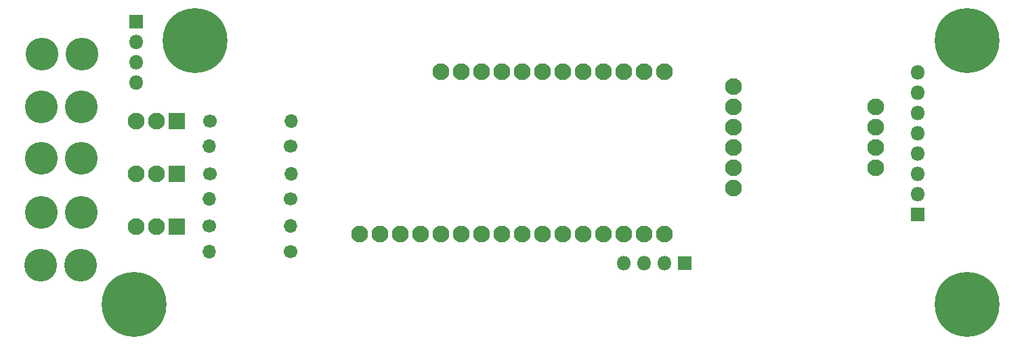
<source format=gbr>
%TF.GenerationSoftware,KiCad,Pcbnew,5.1.6*%
%TF.CreationDate,2020-09-13T19:16:19-07:00*%
%TF.ProjectId,parc,70617263-2e6b-4696-9361-645f70636258,rev?*%
%TF.SameCoordinates,Original*%
%TF.FileFunction,Soldermask,Bot*%
%TF.FilePolarity,Negative*%
%FSLAX46Y46*%
G04 Gerber Fmt 4.6, Leading zero omitted, Abs format (unit mm)*
G04 Created by KiCad (PCBNEW 5.1.6) date 2020-09-13 19:16:19*
%MOMM*%
%LPD*%
G01*
G04 APERTURE LIST*
%ADD10C,4.100000*%
%ADD11C,2.100000*%
%ADD12R,2.100000X2.100000*%
%ADD13O,1.700000X1.700000*%
%ADD14C,1.700000*%
%ADD15O,1.800000X1.800000*%
%ADD16R,1.800000X1.800000*%
%ADD17C,1.000000*%
%ADD18C,8.100000*%
G04 APERTURE END LIST*
D10*
%TO.C,J1*%
X77286000Y-84505800D03*
X82286000Y-84505800D03*
%TD*%
%TO.C,J2*%
X77343000Y-77851000D03*
X82343000Y-77851000D03*
%TD*%
%TO.C,J3*%
X82286000Y-90957400D03*
X77286000Y-90957400D03*
%TD*%
%TO.C,J4*%
X77286000Y-97713800D03*
X82286000Y-97713800D03*
%TD*%
%TO.C,J5*%
X82216000Y-104267000D03*
X77216000Y-104267000D03*
%TD*%
D11*
%TO.C,Q1*%
X89154000Y-86233000D03*
X91694000Y-86233000D03*
D12*
X94234000Y-86233000D03*
%TD*%
%TO.C,Q2*%
X94234000Y-92837000D03*
D11*
X91694000Y-92837000D03*
X89154000Y-92837000D03*
%TD*%
D12*
%TO.C,Q3*%
X94234000Y-99441000D03*
D11*
X91694000Y-99441000D03*
X89154000Y-99441000D03*
%TD*%
D13*
%TO.C,R1*%
X98298000Y-89408000D03*
D14*
X108458000Y-89408000D03*
%TD*%
%TO.C,R2*%
X98323400Y-86233000D03*
D13*
X108483400Y-86233000D03*
%TD*%
D14*
%TO.C,R3*%
X108458000Y-96012000D03*
D13*
X98298000Y-96012000D03*
%TD*%
%TO.C,R4*%
X108483400Y-92837000D03*
D14*
X98323400Y-92837000D03*
%TD*%
D13*
%TO.C,R5*%
X98298000Y-102616000D03*
D14*
X108458000Y-102616000D03*
%TD*%
%TO.C,R6*%
X98298000Y-99415600D03*
D13*
X108458000Y-99415600D03*
%TD*%
D15*
%TO.C,U1*%
X150114000Y-104013000D03*
X152654000Y-104013000D03*
X155194000Y-104013000D03*
D16*
X157734000Y-104013000D03*
%TD*%
%TO.C,U2*%
X89154000Y-73787000D03*
D15*
X89154000Y-76327000D03*
X89154000Y-78867000D03*
X89154000Y-81407000D03*
%TD*%
D11*
%TO.C,U3*%
X117090000Y-100390001D03*
X119630000Y-100390001D03*
X122170000Y-100390001D03*
X124710000Y-100390001D03*
X127250000Y-100390001D03*
X129790000Y-100390001D03*
X132330000Y-100390001D03*
X134870000Y-100390001D03*
X137410000Y-100390001D03*
X139950000Y-100390001D03*
X142490000Y-100390001D03*
X145030000Y-100390001D03*
X147570000Y-100390001D03*
X150110000Y-100390001D03*
X152650000Y-100390001D03*
X155190000Y-100390001D03*
X127250000Y-80070001D03*
X129790000Y-80070001D03*
X132330000Y-80070001D03*
X134870000Y-80070001D03*
X137410000Y-80070001D03*
X139950000Y-80070001D03*
X142490000Y-80070001D03*
X145030000Y-80070001D03*
X147570000Y-80070001D03*
X150110000Y-80070001D03*
X152650000Y-80070001D03*
X155190000Y-80070001D03*
%TD*%
D16*
%TO.C,U4*%
X186817000Y-97917000D03*
D15*
X186817000Y-95377000D03*
X186817000Y-92837000D03*
X186817000Y-90297000D03*
X186817000Y-87757000D03*
X186817000Y-85217000D03*
X186817000Y-82677000D03*
X186817000Y-80137000D03*
%TD*%
D11*
%TO.C,U5*%
X163830000Y-81915000D03*
X163830000Y-84455000D03*
X163830000Y-86995000D03*
X163830000Y-89535000D03*
X163830000Y-92075000D03*
X163830000Y-94615000D03*
X181610000Y-84455000D03*
X181610000Y-86995000D03*
X181610000Y-89535000D03*
X181610000Y-92075000D03*
%TD*%
D17*
%TO.C,H1*%
X195161320Y-74078680D03*
X193040000Y-73200000D03*
X190918680Y-74078680D03*
X190040000Y-76200000D03*
X190918680Y-78321320D03*
X193040000Y-79200000D03*
X195161320Y-78321320D03*
X196040000Y-76200000D03*
D18*
X193040000Y-76200000D03*
%TD*%
%TO.C,H2*%
X88900000Y-109220000D03*
D17*
X91900000Y-109220000D03*
X91021320Y-111341320D03*
X88900000Y-112220000D03*
X86778680Y-111341320D03*
X85900000Y-109220000D03*
X86778680Y-107098680D03*
X88900000Y-106220000D03*
X91021320Y-107098680D03*
%TD*%
%TO.C,H3*%
X195161320Y-107098680D03*
X193040000Y-106220000D03*
X190918680Y-107098680D03*
X190040000Y-109220000D03*
X190918680Y-111341320D03*
X193040000Y-112220000D03*
X195161320Y-111341320D03*
X196040000Y-109220000D03*
D18*
X193040000Y-109220000D03*
%TD*%
%TO.C,H4*%
X96520000Y-76200000D03*
D17*
X99520000Y-76200000D03*
X98641320Y-78321320D03*
X96520000Y-79200000D03*
X94398680Y-78321320D03*
X93520000Y-76200000D03*
X94398680Y-74078680D03*
X96520000Y-73200000D03*
X98641320Y-74078680D03*
%TD*%
M02*

</source>
